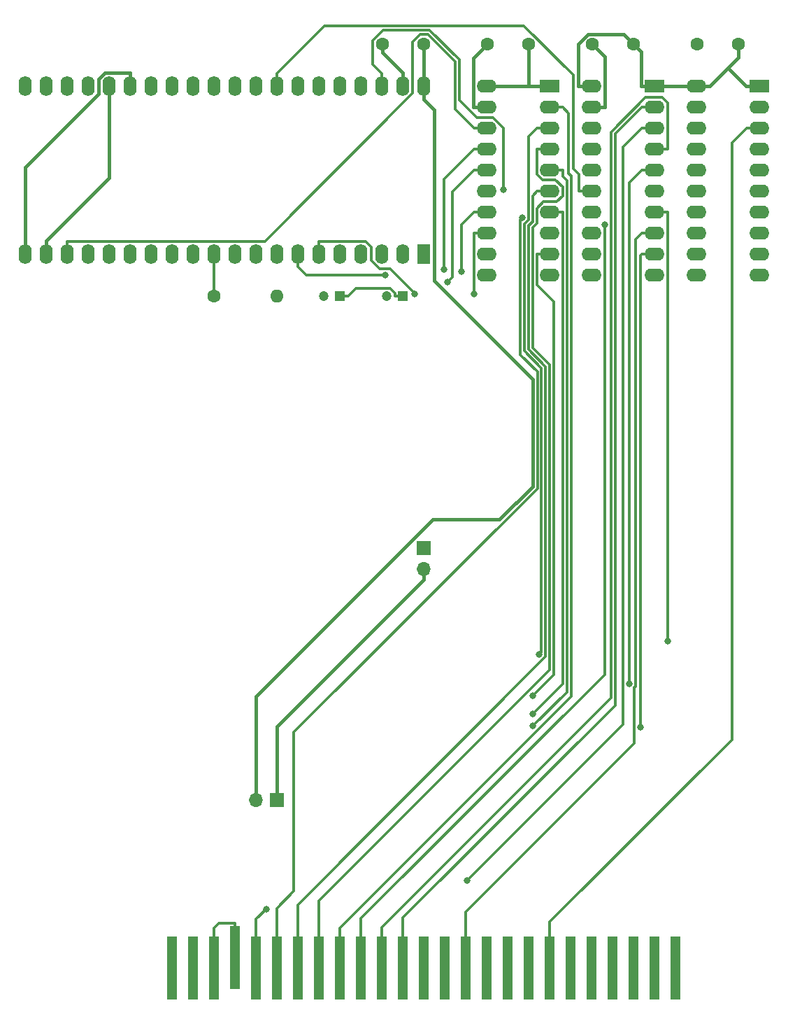
<source format=gtl>
G04 #@! TF.GenerationSoftware,KiCad,Pcbnew,(6.0.9)*
G04 #@! TF.CreationDate,2024-04-26T19:01:12+02:00*
G04 #@! TF.ProjectId,Cartucho_MSX_LCD_Tang_Nano_20k,43617274-7563-4686-9f5f-4d53585f4c43,rev?*
G04 #@! TF.SameCoordinates,Original*
G04 #@! TF.FileFunction,Copper,L1,Top*
G04 #@! TF.FilePolarity,Positive*
%FSLAX46Y46*%
G04 Gerber Fmt 4.6, Leading zero omitted, Abs format (unit mm)*
G04 Created by KiCad (PCBNEW (6.0.9)) date 2024-04-26 19:01:12*
%MOMM*%
%LPD*%
G01*
G04 APERTURE LIST*
G04 #@! TA.AperFunction,SMDPad,CuDef*
%ADD10R,1.270000X7.620000*%
G04 #@! TD*
G04 #@! TA.AperFunction,ComponentPad*
%ADD11C,1.600000*%
G04 #@! TD*
G04 #@! TA.AperFunction,ComponentPad*
%ADD12O,1.600000X1.600000*%
G04 #@! TD*
G04 #@! TA.AperFunction,ComponentPad*
%ADD13R,2.400000X1.600000*%
G04 #@! TD*
G04 #@! TA.AperFunction,ComponentPad*
%ADD14O,2.400000X1.600000*%
G04 #@! TD*
G04 #@! TA.AperFunction,ComponentPad*
%ADD15R,1.200000X1.200000*%
G04 #@! TD*
G04 #@! TA.AperFunction,ComponentPad*
%ADD16C,1.200000*%
G04 #@! TD*
G04 #@! TA.AperFunction,ComponentPad*
%ADD17R,1.700000X1.700000*%
G04 #@! TD*
G04 #@! TA.AperFunction,ComponentPad*
%ADD18O,1.700000X1.700000*%
G04 #@! TD*
G04 #@! TA.AperFunction,ComponentPad*
%ADD19R,1.600000X2.400000*%
G04 #@! TD*
G04 #@! TA.AperFunction,ComponentPad*
%ADD20O,1.600000X2.400000*%
G04 #@! TD*
G04 #@! TA.AperFunction,ViaPad*
%ADD21C,0.800000*%
G04 #@! TD*
G04 #@! TA.AperFunction,Conductor*
%ADD22C,0.450000*%
G04 #@! TD*
G04 #@! TA.AperFunction,Conductor*
%ADD23C,0.300000*%
G04 #@! TD*
G04 APERTURE END LIST*
D10*
X142240000Y-157480000D03*
X139700000Y-157480000D03*
X137160000Y-157480000D03*
X134620000Y-157480000D03*
X132080000Y-157480000D03*
X129540000Y-157480000D03*
X127000000Y-157480000D03*
X124460000Y-157480000D03*
X121920000Y-157480000D03*
X119380000Y-157480000D03*
X116840000Y-157480000D03*
X114300000Y-157480000D03*
X111760000Y-157480000D03*
X109220000Y-157480000D03*
X106680000Y-157480000D03*
X104140000Y-157480000D03*
X101600000Y-157480000D03*
X99060000Y-157480000D03*
X96520000Y-157480000D03*
X93980000Y-157480000D03*
X91440000Y-157480000D03*
X88900000Y-156210000D03*
X86360000Y-157480000D03*
X83820000Y-157480000D03*
X81280000Y-157480000D03*
D11*
X124460000Y-45720000D03*
X119460000Y-45720000D03*
X86360000Y-76200000D03*
D12*
X93980000Y-76200000D03*
D13*
X127000000Y-50800000D03*
D14*
X127000000Y-53340000D03*
X127000000Y-55880000D03*
X127000000Y-58420000D03*
X127000000Y-60960000D03*
X127000000Y-63500000D03*
X127000000Y-66040000D03*
X127000000Y-68580000D03*
X127000000Y-71120000D03*
X127000000Y-73660000D03*
X119380000Y-73660000D03*
X119380000Y-71120000D03*
X119380000Y-68580000D03*
X119380000Y-66040000D03*
X119380000Y-63500000D03*
X119380000Y-60960000D03*
X119380000Y-58420000D03*
X119380000Y-55880000D03*
X119380000Y-53340000D03*
X119380000Y-50800000D03*
D15*
X101600000Y-76200000D03*
D16*
X99600000Y-76200000D03*
D15*
X109220000Y-76200000D03*
D16*
X107220000Y-76200000D03*
D11*
X111760000Y-45720000D03*
X106760000Y-45720000D03*
X149860000Y-45720000D03*
X144860000Y-45720000D03*
D13*
X152400000Y-50800000D03*
D14*
X152400000Y-53340000D03*
X152400000Y-55880000D03*
X152400000Y-58420000D03*
X152400000Y-60960000D03*
X152400000Y-63500000D03*
X152400000Y-66040000D03*
X152400000Y-68580000D03*
X152400000Y-71120000D03*
X152400000Y-73660000D03*
X144780000Y-73660000D03*
X144780000Y-71120000D03*
X144780000Y-68580000D03*
X144780000Y-66040000D03*
X144780000Y-63500000D03*
X144780000Y-60960000D03*
X144780000Y-58420000D03*
X144780000Y-55880000D03*
X144780000Y-53340000D03*
X144780000Y-50800000D03*
D17*
X93980000Y-137160000D03*
D18*
X91440000Y-137160000D03*
D13*
X139700000Y-50800000D03*
D14*
X139700000Y-53340000D03*
X139700000Y-55880000D03*
X139700000Y-58420000D03*
X139700000Y-60960000D03*
X139700000Y-63500000D03*
X139700000Y-66040000D03*
X139700000Y-68580000D03*
X139700000Y-71120000D03*
X139700000Y-73660000D03*
X132080000Y-73660000D03*
X132080000Y-71120000D03*
X132080000Y-68580000D03*
X132080000Y-66040000D03*
X132080000Y-63500000D03*
X132080000Y-60960000D03*
X132080000Y-58420000D03*
X132080000Y-55880000D03*
X132080000Y-53340000D03*
X132080000Y-50800000D03*
D19*
X111760000Y-71120000D03*
D20*
X109220000Y-71120000D03*
X106680000Y-71120000D03*
X104140000Y-71120000D03*
X101600000Y-71120000D03*
X99060000Y-71120000D03*
X96520000Y-71120000D03*
X93980000Y-71120000D03*
X91440000Y-71120000D03*
X88900000Y-71120000D03*
X86360000Y-71120000D03*
X83820000Y-71120000D03*
X81280000Y-71120000D03*
X78740000Y-71120000D03*
X76200000Y-71120000D03*
X73660000Y-71120000D03*
X71120000Y-71120000D03*
X68580000Y-71120000D03*
X66040000Y-71120000D03*
X63500000Y-71120000D03*
X63500000Y-50800000D03*
X66040000Y-50800000D03*
X68580000Y-50800000D03*
X71120000Y-50800000D03*
X73660000Y-50800000D03*
X76200000Y-50800000D03*
X78740000Y-50800000D03*
X81280000Y-50800000D03*
X83820000Y-50800000D03*
X86360000Y-50800000D03*
X88900000Y-50800000D03*
X91440000Y-50800000D03*
X93980000Y-50800000D03*
X96520000Y-50800000D03*
X99060000Y-50800000D03*
X101600000Y-50800000D03*
X104140000Y-50800000D03*
X106680000Y-50800000D03*
X109220000Y-50800000D03*
X111760000Y-50800000D03*
D11*
X137160000Y-45720000D03*
X132160000Y-45720000D03*
D17*
X111760000Y-106680000D03*
D18*
X111760000Y-109220000D03*
D21*
X92675600Y-150339400D03*
X125717500Y-119550400D03*
X124960400Y-128198800D03*
X124954800Y-126713100D03*
X123661600Y-66675100D03*
X124961100Y-124507500D03*
X116948800Y-146895100D03*
X136620500Y-123106800D03*
X133635100Y-67525200D03*
X141250100Y-117942000D03*
X138005200Y-128370600D03*
X121375000Y-63287100D03*
X117829900Y-75961000D03*
X110614100Y-75961000D03*
X116345100Y-73237200D03*
X107104000Y-73618800D03*
X114644800Y-74499900D03*
X114188900Y-72948800D03*
D22*
X133705100Y-47265100D02*
X133705100Y-53340000D01*
X76200000Y-50800000D02*
X76200000Y-49174900D01*
X111760000Y-110495100D02*
X93980000Y-128275100D01*
X72390000Y-49925800D02*
X73140900Y-49174900D01*
X73140900Y-49174900D02*
X76200000Y-49174900D01*
X93980000Y-128275100D02*
X93980000Y-137160000D01*
X132160000Y-45720000D02*
X133705100Y-47265100D01*
X109220000Y-50800000D02*
X109220000Y-49174900D01*
X119460000Y-45720000D02*
X117754900Y-47425100D01*
X119380000Y-53340000D02*
X117754900Y-53340000D01*
X132080000Y-53340000D02*
X133705100Y-53340000D01*
X106760000Y-45720000D02*
X106760000Y-46714900D01*
X63500000Y-71120000D02*
X63500000Y-60620000D01*
X72390000Y-51730000D02*
X72390000Y-49925800D01*
X111760000Y-109220000D02*
X111760000Y-110495100D01*
X106760000Y-46714900D02*
X109220000Y-49174900D01*
X63500000Y-60620000D02*
X72390000Y-51730000D01*
X117754900Y-47425100D02*
X117754900Y-53340000D01*
D23*
X86360000Y-157480000D02*
X86360000Y-152622600D01*
X88900000Y-156210000D02*
X88900000Y-152049900D01*
X86932700Y-152049900D02*
X88900000Y-152049900D01*
X86360000Y-152622600D02*
X86932700Y-152049900D01*
X139700000Y-53340000D02*
X138149900Y-53340000D01*
X134912600Y-56577300D02*
X138149900Y-53340000D01*
X109220000Y-151387100D02*
X134912600Y-125694500D01*
X134912600Y-125694500D02*
X134912600Y-56577300D01*
X109220000Y-157480000D02*
X109220000Y-151387100D01*
X149052100Y-57677800D02*
X149052100Y-129826800D01*
X150849900Y-55880000D02*
X149052100Y-57677800D01*
X152400000Y-55880000D02*
X150849900Y-55880000D01*
X127000000Y-151878900D02*
X127000000Y-157480000D01*
X149052100Y-129826800D02*
X127000000Y-151878900D01*
X92675600Y-150339400D02*
X91440000Y-151575000D01*
X91440000Y-151575000D02*
X91440000Y-157480000D01*
X129588400Y-124631500D02*
X101600000Y-152619900D01*
X101600000Y-152619900D02*
X101600000Y-157480000D01*
X127000000Y-53340000D02*
X128550100Y-53340000D01*
X129276800Y-54066700D02*
X129276800Y-61333100D01*
X128550100Y-53340000D02*
X129276800Y-54066700D01*
X129588400Y-61644700D02*
X129588400Y-124631500D01*
X129276800Y-61333100D02*
X129588400Y-61644700D01*
X125717500Y-119550400D02*
X126000400Y-119267500D01*
X123919100Y-82825100D02*
X123919100Y-67478400D01*
X123919100Y-67478400D02*
X124411700Y-66985800D01*
X124411700Y-56918200D02*
X125449900Y-55880000D01*
X124411700Y-66985800D02*
X124411700Y-56918200D01*
X126000400Y-119267500D02*
X126000400Y-84906400D01*
X126000400Y-84906400D02*
X123919100Y-82825100D01*
X127000000Y-55880000D02*
X125449900Y-55880000D01*
X125411900Y-67400000D02*
X125411900Y-65601600D01*
X127000600Y-84492100D02*
X124932000Y-82423500D01*
X126091800Y-62110200D02*
X125449900Y-61468300D01*
X99060000Y-149347900D02*
X127000600Y-121407300D01*
X127000000Y-58420000D02*
X125449900Y-58420000D01*
X127000600Y-121407300D02*
X127000600Y-84492100D01*
X127823900Y-64770000D02*
X128556500Y-64037400D01*
X125411900Y-65601600D02*
X126243500Y-64770000D01*
X128556500Y-63016000D02*
X127650700Y-62110200D01*
X99060000Y-157480000D02*
X99060000Y-149347900D01*
X124932000Y-82423500D02*
X124932000Y-67879900D01*
X124932000Y-67879900D02*
X125411900Y-67400000D01*
X126243500Y-64770000D02*
X127823900Y-64770000D01*
X128556500Y-64037400D02*
X128556500Y-63016000D01*
X127650700Y-62110200D02*
X126091800Y-62110200D01*
X125449900Y-61468300D02*
X125449900Y-58420000D01*
X129065700Y-124093500D02*
X124960400Y-128198800D01*
X129065700Y-62182700D02*
X129065700Y-124093500D01*
X128550100Y-61667100D02*
X129065700Y-62182700D01*
X128550100Y-60960000D02*
X128550100Y-61667100D01*
X127000000Y-60960000D02*
X128550100Y-60960000D01*
X124431900Y-82630600D02*
X124431900Y-67672800D01*
X124431900Y-67672800D02*
X124911800Y-67192900D01*
X126500500Y-84699200D02*
X124431900Y-82630600D01*
X96520000Y-157480000D02*
X96520000Y-149810900D01*
X127000000Y-63500000D02*
X125449900Y-63500000D01*
X96520000Y-149810900D02*
X126500500Y-119830400D01*
X124911800Y-67192900D02*
X124911800Y-64038100D01*
X126500500Y-119830400D02*
X126500500Y-84699200D01*
X124911800Y-64038100D02*
X125449900Y-63500000D01*
X128550100Y-66040000D02*
X128550100Y-123117800D01*
X128550100Y-123117800D02*
X124954800Y-126713100D01*
X127000000Y-66040000D02*
X128550100Y-66040000D01*
X123418900Y-66917800D02*
X123418900Y-83281900D01*
X125500300Y-99462000D02*
X96019800Y-128942500D01*
X93980000Y-150228800D02*
X93980000Y-157480000D01*
X96019800Y-148189000D02*
X93980000Y-150228800D01*
X123661600Y-66675100D02*
X123418900Y-66917800D01*
X96019800Y-128942500D02*
X96019800Y-148189000D01*
X125500300Y-85363300D02*
X125500300Y-99462000D01*
X123418900Y-83281900D02*
X125500300Y-85363300D01*
X127500700Y-121967900D02*
X127500700Y-76878700D01*
X124961100Y-124507500D02*
X127500700Y-121967900D01*
X125449900Y-74827900D02*
X125449900Y-71120000D01*
X127500700Y-76878700D02*
X125449900Y-74827900D01*
X127000000Y-71120000D02*
X125449900Y-71120000D01*
X116948800Y-146895100D02*
X135870300Y-127973600D01*
X139700000Y-55880000D02*
X138149900Y-55880000D01*
X135870300Y-58159600D02*
X138149900Y-55880000D01*
X135870300Y-127973600D02*
X135870300Y-58159600D01*
X140585700Y-52181200D02*
X141250100Y-52845600D01*
X139700000Y-58420000D02*
X141250100Y-58420000D01*
X106680000Y-157480000D02*
X106680000Y-152525900D01*
X141250100Y-52845600D02*
X141250100Y-58420000D01*
X134412500Y-124793400D02*
X134412500Y-56370100D01*
X134412500Y-56370100D02*
X138601400Y-52181200D01*
X106680000Y-152525900D02*
X134412500Y-124793400D01*
X138601400Y-52181200D02*
X140585700Y-52181200D01*
X138149900Y-60960000D02*
X136620500Y-62489400D01*
X136620500Y-62489400D02*
X136620500Y-123106800D01*
X139700000Y-60960000D02*
X138149900Y-60960000D01*
X104140000Y-151476800D02*
X133635100Y-121981700D01*
X133635100Y-121981700D02*
X133635100Y-67525200D01*
X104140000Y-157480000D02*
X104140000Y-151476800D01*
X139700000Y-66040000D02*
X141250100Y-66040000D01*
X141250100Y-66040000D02*
X141250100Y-117942000D01*
X116840000Y-150727000D02*
X137255100Y-130311900D01*
X137370600Y-69359300D02*
X138149900Y-68580000D01*
X116840000Y-157480000D02*
X116840000Y-150727000D01*
X137370600Y-123417500D02*
X137370600Y-69359300D01*
X137255100Y-130311900D02*
X137255100Y-123533000D01*
X139700000Y-68580000D02*
X138149900Y-68580000D01*
X137255100Y-123533000D02*
X137370600Y-123417500D01*
X138005200Y-71264700D02*
X138005200Y-128370600D01*
X139700000Y-71120000D02*
X138149900Y-71120000D01*
X138149900Y-71120000D02*
X138005200Y-71264700D01*
X106847400Y-43994100D02*
X112423900Y-43994100D01*
X121375000Y-55831700D02*
X121375000Y-63287100D01*
X116021200Y-47591400D02*
X116021200Y-52463400D01*
X106680000Y-49249900D02*
X105582700Y-48152600D01*
X116021200Y-52463400D02*
X118167800Y-54610000D01*
X105582700Y-45258800D02*
X106847400Y-43994100D01*
X106680000Y-50800000D02*
X106680000Y-49249900D01*
X120153300Y-54610000D02*
X121375000Y-55831700D01*
X105582700Y-48152600D02*
X105582700Y-45258800D01*
X112423900Y-43994100D02*
X116021200Y-47591400D01*
X118167800Y-54610000D02*
X120153300Y-54610000D01*
X132080000Y-63500000D02*
X130529900Y-63500000D01*
X123866700Y-43494000D02*
X99735900Y-43494000D01*
X99735900Y-43494000D02*
X93980000Y-49249900D01*
X129812400Y-60740300D02*
X129812400Y-49439700D01*
X129812400Y-49439700D02*
X123866700Y-43494000D01*
X93980000Y-50800000D02*
X93980000Y-49249900D01*
X130529900Y-61457800D02*
X129812400Y-60740300D01*
X130529900Y-63500000D02*
X130529900Y-61457800D01*
X107657100Y-72868700D02*
X106374600Y-72868700D01*
X104689300Y-69569900D02*
X99060000Y-69569900D01*
X110614100Y-75825700D02*
X107657100Y-72868700D01*
X117829900Y-68580000D02*
X117829900Y-75961000D01*
X110614100Y-75961000D02*
X110614100Y-75825700D01*
X119380000Y-68580000D02*
X117829900Y-68580000D01*
X106374600Y-72868700D02*
X105410000Y-71904100D01*
X105410000Y-70290600D02*
X104689300Y-69569900D01*
X99060000Y-71120000D02*
X99060000Y-69569900D01*
X105410000Y-71904100D02*
X105410000Y-70290600D01*
X96520000Y-72670100D02*
X97468700Y-73618800D01*
X116345100Y-67524800D02*
X117829900Y-66040000D01*
X96520000Y-71120000D02*
X96520000Y-72670100D01*
X119380000Y-66040000D02*
X117829900Y-66040000D01*
X97468700Y-73618800D02*
X107104000Y-73618800D01*
X116345100Y-73237200D02*
X116345100Y-67524800D01*
X115205800Y-73938900D02*
X115205800Y-63584100D01*
X114644800Y-74499900D02*
X115205800Y-73938900D01*
X119380000Y-60960000D02*
X117829900Y-60960000D01*
X115205800Y-63584100D02*
X117829900Y-60960000D01*
X119380000Y-58420000D02*
X117829900Y-58420000D01*
X114188900Y-72948800D02*
X114188900Y-62061000D01*
X114188900Y-62061000D02*
X117829900Y-58420000D01*
X110397400Y-51656000D02*
X110397400Y-45453600D01*
X68580000Y-71120000D02*
X68580000Y-69569900D01*
X112215600Y-44549000D02*
X115521000Y-47854400D01*
X119380000Y-55880000D02*
X117829900Y-55880000D01*
X68580000Y-69569900D02*
X92483500Y-69569900D01*
X111302000Y-44549000D02*
X112215600Y-44549000D01*
X115521100Y-53571200D02*
X117829900Y-55880000D01*
X92483500Y-69569900D02*
X110397400Y-51656000D01*
X110397400Y-45453600D02*
X111302000Y-44549000D01*
X115521000Y-53571200D02*
X115521100Y-53571200D01*
X115521000Y-47854400D02*
X115521000Y-53571200D01*
D22*
X126187500Y-50800000D02*
X124460000Y-50800000D01*
X130454900Y-45676200D02*
X131639700Y-44491400D01*
X139700000Y-50800000D02*
X138074900Y-50800000D01*
X149860000Y-47345100D02*
X149860000Y-45720000D01*
X73660000Y-50800000D02*
X73660000Y-61874900D01*
X152400000Y-50800000D02*
X150774900Y-50800000D01*
X150774900Y-50800000D02*
X148590000Y-48615100D01*
X138074900Y-46634900D02*
X138074900Y-50800000D01*
X132080000Y-50800000D02*
X130454900Y-50800000D01*
X139700000Y-50800000D02*
X144780000Y-50800000D01*
X148590000Y-48615100D02*
X149860000Y-47345100D01*
X144780000Y-50800000D02*
X146405100Y-50800000D01*
X137160000Y-45720000D02*
X138074900Y-46634900D01*
X127000000Y-50800000D02*
X126187500Y-50800000D01*
X124460000Y-50800000D02*
X119380000Y-50800000D01*
X130454900Y-50800000D02*
X130454900Y-45676200D01*
X73660000Y-61874900D02*
X66040000Y-69494900D01*
X124460000Y-50800000D02*
X124460000Y-45720000D01*
X146405100Y-50800000D02*
X148590000Y-48615100D01*
X131639700Y-44491400D02*
X135931400Y-44491400D01*
X135931400Y-44491400D02*
X137160000Y-45720000D01*
X66040000Y-71120000D02*
X66040000Y-69494900D01*
D23*
X86360000Y-71120000D02*
X86360000Y-76200000D01*
D22*
X112843200Y-103219900D02*
X91440000Y-124623100D01*
X111760000Y-45720000D02*
X111760000Y-50800000D01*
X113017700Y-53682800D02*
X113017700Y-74315100D01*
X120901400Y-103219900D02*
X112843200Y-103219900D01*
X91440000Y-124623100D02*
X91440000Y-137160000D01*
X124925100Y-99196200D02*
X120901400Y-103219900D01*
X113017700Y-74315100D02*
X124925100Y-86222500D01*
X124925100Y-86222500D02*
X124925100Y-99196200D01*
X111760000Y-50800000D02*
X111760000Y-52425100D01*
X111760000Y-52425100D02*
X113017700Y-53682800D01*
D23*
X107676100Y-75249900D02*
X103500200Y-75249900D01*
X108269900Y-75843700D02*
X107676100Y-75249900D01*
X109220000Y-76200000D02*
X108269900Y-76200000D01*
X101600000Y-76200000D02*
X102550100Y-76200000D01*
X108269900Y-76200000D02*
X108269900Y-75843700D01*
X103500200Y-75249900D02*
X102550100Y-76200000D01*
M02*

</source>
